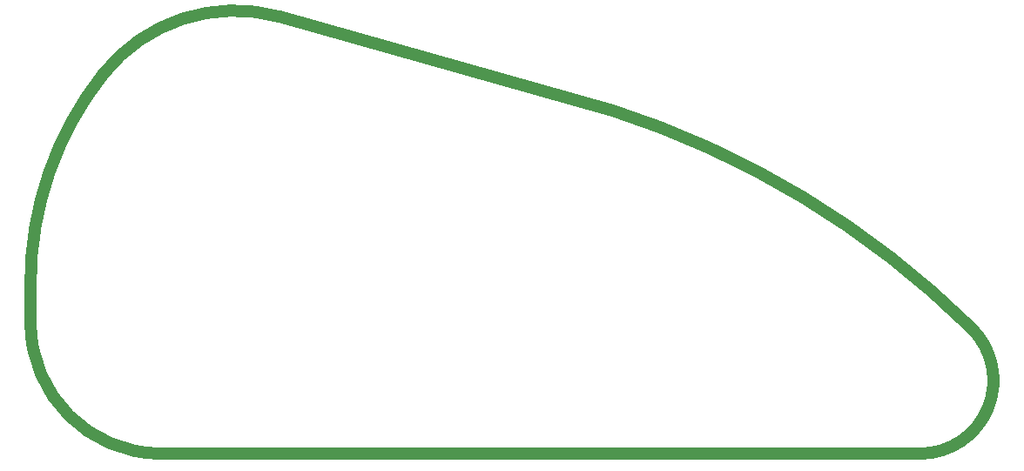
<source format=gko>
G04 Layer_Color=16711935*
%FSLAX44Y44*%
%MOMM*%
G71*
G01*
G75*
%ADD46C,1.2000*%
D46*
X563407Y1599040D02*
G03*
X492760Y1396040I256330J-202999D01*
G01*
X735163Y1654722D02*
G03*
X563407Y1599040I-44069J-156803D01*
G01*
X1407184Y1352357D02*
G03*
X1055783Y1564613I-620675J-630552D01*
G01*
X1357803Y1229956D02*
G03*
X1407184Y1352357I0J71161D01*
G01*
X492760Y1356955D02*
G03*
X619759Y1229956I126999J-0D01*
G01*
X492760Y1396040D02*
X492760Y1356955D01*
X735163Y1654722D02*
X1055783Y1564613D01*
X619759Y1229956D02*
X1357803Y1229956D01*
M02*

</source>
